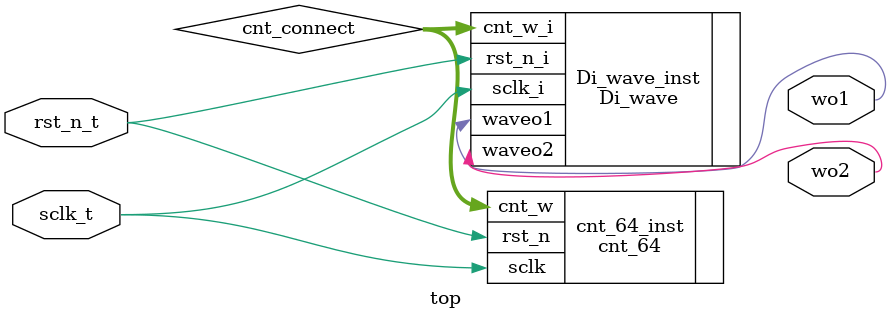
<source format=v>
module top(wo1,wo2,rst_n_t,sclk_t);

output wire wo1;
output wire wo2;
input wire rst_n_t;
input wire sclk_t;
wire [7:0] cnt_connect;

cnt_64 cnt_64_inst(
	.sclk	(sclk_t),
	.rst_n (rst_n_t),
	.cnt_w (cnt_connect)
);

Di_wave Di_wave_inst(
	.sclk_i	(sclk_t),
	.rst_n_i	(rst_n_t),
	.cnt_w_i (cnt_connect),
	.waveo1	(wo1),
	.waveo2	(wo2)
);


endmodule

</source>
